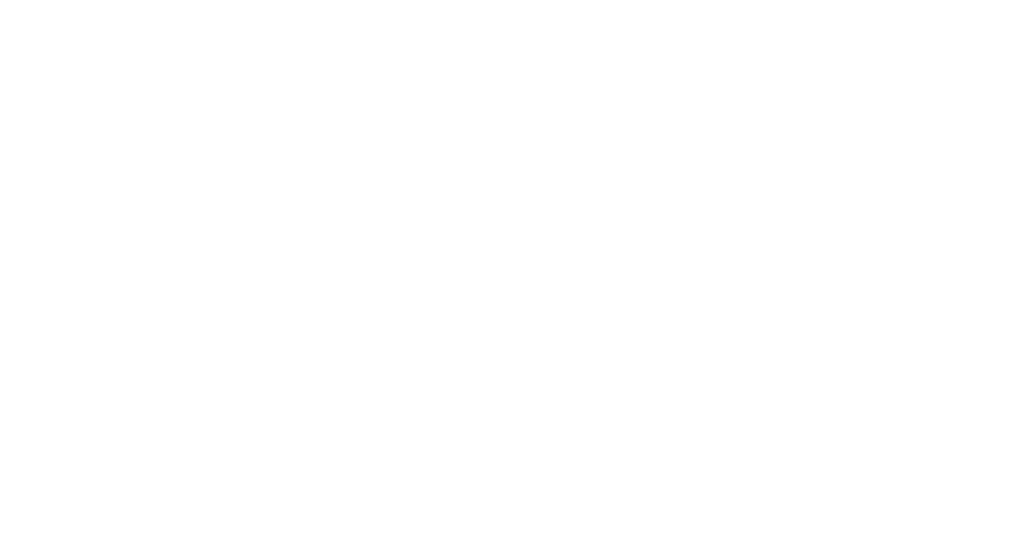
<source format=kicad_pcb>
(kicad_pcb (version 20171130) (host pcbnew 5.1.6-c6e7f7d~86~ubuntu20.04.1)

  (general
    (thickness 1.6)
    (drawings 25)
    (tracks 0)
    (zones 0)
    (modules 0)
    (nets 1)
  )

  (page A4)
  (title_block
    (title y_arena_controller_pi)
    (rev 1.0)
    (company Janelia)
  )

  (layers
    (0 F.Cu signal)
    (31 B.Cu signal)
    (32 B.Adhes user)
    (33 F.Adhes user)
    (34 B.Paste user)
    (35 F.Paste user)
    (36 B.SilkS user)
    (37 F.SilkS user)
    (38 B.Mask user)
    (39 F.Mask user)
    (40 Dwgs.User user)
    (41 Cmts.User user)
    (42 Eco1.User user)
    (43 Eco2.User user)
    (44 Edge.Cuts user)
    (45 Margin user)
    (46 B.CrtYd user)
    (47 F.CrtYd user)
    (48 B.Fab user)
    (49 F.Fab user)
  )

  (setup
    (last_trace_width 0.25)
    (trace_clearance 0.2)
    (zone_clearance 0.508)
    (zone_45_only no)
    (trace_min 0.2)
    (via_size 0.8)
    (via_drill 0.4)
    (via_min_size 0.4)
    (via_min_drill 0.3)
    (uvia_size 0.3)
    (uvia_drill 0.1)
    (uvias_allowed no)
    (uvia_min_size 0.2)
    (uvia_min_drill 0.1)
    (edge_width 0.05)
    (segment_width 0.2)
    (pcb_text_width 0.3)
    (pcb_text_size 1.5 1.5)
    (mod_edge_width 0.12)
    (mod_text_size 1 1)
    (mod_text_width 0.15)
    (pad_size 1.524 1.524)
    (pad_drill 0.762)
    (pad_to_mask_clearance 0.05)
    (aux_axis_origin 0 0)
    (visible_elements FFFFFF7F)
    (pcbplotparams
      (layerselection 0x010fc_ffffffff)
      (usegerberextensions false)
      (usegerberattributes true)
      (usegerberadvancedattributes true)
      (creategerberjobfile true)
      (excludeedgelayer true)
      (linewidth 0.100000)
      (plotframeref false)
      (viasonmask false)
      (mode 1)
      (useauxorigin false)
      (hpglpennumber 1)
      (hpglpenspeed 20)
      (hpglpendiameter 15.000000)
      (psnegative false)
      (psa4output false)
      (plotreference true)
      (plotvalue true)
      (plotinvisibletext false)
      (padsonsilk false)
      (subtractmaskfromsilk false)
      (outputformat 1)
      (mirror false)
      (drillshape 1)
      (scaleselection 1)
      (outputdirectory ""))
  )

  (net 0 "")

  (net_class Default "This is the default net class."
    (clearance 0.2)
    (trace_width 0.25)
    (via_dia 0.8)
    (via_drill 0.4)
    (uvia_dia 0.3)
    (uvia_drill 0.1)
  )

  (gr_circle (center 76.199999 76.199999) (end 76.517499 76.199999) (layer Dwgs.User) (width 0.199999))
  (gr_circle (center 76.199999 78.739999) (end 76.5175 78.739999) (layer Dwgs.User) (width 0.199999))
  (gr_circle (center 76.2 83.819999) (end 76.5175 83.819999) (layer Dwgs.User) (width 0.199999))
  (gr_circle (center 76.2 86.359999) (end 76.5175 86.359999) (layer Dwgs.User) (width 0.199999))
  (gr_circle (center 76.2 91.44) (end 76.5175 91.44) (layer Dwgs.User) (width 0.199999))
  (gr_circle (center 76.2 93.979999) (end 76.5175 93.979999) (layer Dwgs.User) (width 0.199999))
  (gr_circle (center 104.14 91.439999) (end 104.4575 91.439999) (layer Dwgs.User) (width 0.199999))
  (gr_circle (center 104.14 93.979999) (end 104.4575 93.979999) (layer Dwgs.User) (width 0.199999))
  (gr_circle (center 104.14 83.819999) (end 104.4575 83.819999) (layer Dwgs.User) (width 0.199999))
  (gr_circle (center 104.14 86.359999) (end 104.4575 86.359999) (layer Dwgs.User) (width 0.199999))
  (gr_circle (center 104.139999 76.199999) (end 104.457499 76.199999) (layer Dwgs.User) (width 0.199999))
  (gr_circle (center 104.139999 78.739999) (end 104.457499 78.739999) (layer Dwgs.User) (width 0.199999))
  (gr_circle (center 132.079999 76.199999) (end 132.397499 76.199999) (layer Dwgs.User) (width 0.199999))
  (gr_circle (center 132.079999 78.739999) (end 132.397499 78.739999) (layer Dwgs.User) (width 0.199999))
  (gr_circle (center 132.079999 83.819999) (end 132.397499 83.819999) (layer Dwgs.User) (width 0.199999))
  (gr_circle (center 132.08 86.359999) (end 132.3975 86.359999) (layer Dwgs.User) (width 0.199999))
  (gr_circle (center 132.08 91.439999) (end 132.3975 91.439999) (layer Dwgs.User) (width 0.199999))
  (gr_circle (center 132.08 93.979999) (end 132.3975 93.979999) (layer Dwgs.User) (width 0.199999))
  (gr_circle (center 119.967651 72.389999) (end 121.555151 72.389999) (layer Dwgs.User) (width 0.199999))
  (gr_circle (center 92.027651 100.964999) (end 93.615151 100.964999) (layer Dwgs.User) (width 0.199999))
  (gr_circle (center 64.087651 72.389999) (end 65.675151 72.389999) (layer Dwgs.User) (width 0.199999))
  (gr_line (start 134.344051 66.039999) (end 58.144051 66.039999) (layer Dwgs.User) (width 0.199999))
  (gr_line (start 134.344051 107.314999) (end 134.344051 66.039999) (layer Dwgs.User) (width 0.199999))
  (gr_line (start 58.144051 107.314999) (end 134.344051 107.314999) (layer Dwgs.User) (width 0.199999))
  (gr_line (start 58.144051 66.039999) (end 58.144051 107.314999) (layer Dwgs.User) (width 0.199999))

)

</source>
